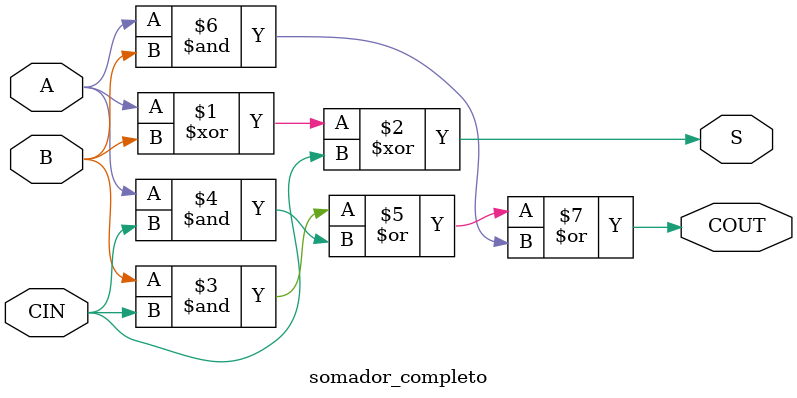
<source format=v>
module somador_completo (A, B, CIN, S, COUT);

    input A, B, CIN;
    output S, COUT;

    assign S = A ^ B ^ CIN; 
    assign COUT = B & CIN | A & CIN | A & B;

endmodule
</source>
